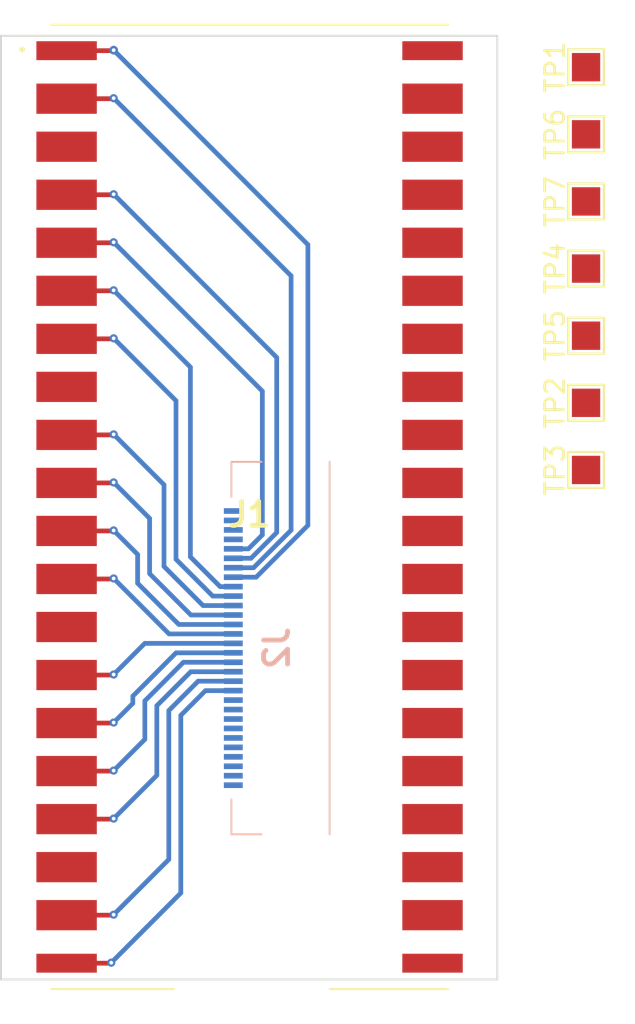
<source format=kicad_pcb>
(kicad_pcb (version 20211014) (generator pcbnew)
  (layers (0 "F.Cu" signal) (1 "In1.Cu" signal) (2 "In2.Cu" signal) (3 "In3.Cu" signal) (4 "In4.Cu" signal) (5 "In5.Cu" signal) (6 "In6.Cu" signal) (31 "B.Cu" signal) (34 "B.Paste" user) (35 "F.Paste" user) (36 "B.SilkS" user "B.Silkscreen") (37 "F.SilkS" user "F.Silkscreen") (38 "B.Mask" user) (39 "F.Mask" user) (44 "Edge.Cuts" user))
  (net 0 "")
  (net 1 "Net-(J1-Pad1)")
  (net 2 "Net-(J1-Pad2)")
  (net 3 "GND")
  (net 4 "Net-(J1-Pad4)")
  (net 5 "Net-(J1-Pad5)")
  (net 6 "Net-(J1-Pad6)")
  (net 7 "Net-(J1-Pad7)")
  (net 8 "Net-(J1-Pad9)")
  (net 9 "Net-(J1-Pad10)")
  (net 10 "Net-(J1-Pad11)")
  (net 11 "Net-(J1-Pad12)")
  (net 12 "Net-(J1-Pad14)")
  (net 13 "Net-(J1-Pad15)")
  (net 14 "Net-(J1-Pad16)")
  (net 15 "Net-(J1-Pad17)")
  (net 16 "Net-(J1-Pad19)")
  (net 17 "Net-(J1-Pad20)")
  (net 18 "Net-(J1-Pad21)")
  (net 19 "Net-(J1-Pad22)")
  (net 20 "Net-(J1-Pad24)")
  (net 21 "Net-(J1-Pad25)")
  (net 22 "Net-(J1-Pad26)")
  (net 23 "Net-(J1-Pad27)")
  (net 24 "Net-(J1-Pad29)")
  (net 26 "Net-(J1-Pad31)")
  (net 27 "Net-(J1-Pad32)")
  (net 28 "Net-(J1-Pad34)")
  (net 29 "Net-(J1-Pad35)")
  (net 30 "Net-(J1-Pad36)")
  (net 31 "Net-(J1-Pad37)")
  (net 32 "Net-(J1-Pad39)")
  (net 33 "Net-(J1-Pad40)")
  (footprint "TestPoint:TestPoint_Pad_1.5x1.5mm" (layer "F.Cu") (at 133.096 76.194 90)
    (fp_text reference "TP4" (at 0 -1.648 90) (layer "F.SilkS"))
    (fp_text value "TestPoint")
    (fp_line (start 0.95 -0.95) (end 0.95 0.95) (layer "F.SilkS") (width 0.12))
    (fp_line (start -0.95 0.95) (end -0.95 -0.95) (layer "F.SilkS") (width 0.12))
    (fp_line (start 0.95 0.95) (end -0.95 0.95) (layer "F.SilkS") (width 0.12))
    (fp_line (start -0.95 -0.95) (end 0.95 -0.95) (layer "F.SilkS") (width 0.12))
    (pad "1" smd rect (at 0 0 90) (size 1.5 1.5) (layers "F.Cu" "F.Mask") (net 30 "Net-(J1-Pad36)"))
  )
  (footprint "TestPoint:TestPoint_Pad_1.5x1.5mm" (layer "F.Cu") (at 133.096 69.094 90)
    (fp_text reference "TP6" (at 0 -1.648 90) (layer "F.SilkS"))
    (fp_text value "TestPoint")
    (fp_line (start -0.95 -0.95) (end 0.95 -0.95) (layer "F.SilkS") (width 0.12))
    (fp_line (start -0.95 0.95) (end -0.95 -0.95) (layer "F.SilkS") (width 0.12))
    (fp_line (start 0.95 0.95) (end -0.95 0.95) (layer "F.SilkS") (width 0.12))
    (fp_line (start 0.95 -0.95) (end 0.95 0.95) (layer "F.SilkS") (width 0.12))
    (pad "1" smd rect (at 0 0 90) (size 1.5 1.5) (layers "F.Cu" "F.Mask") (net 28 "Net-(J1-Pad34)"))
  )
  (footprint "TestPoint:TestPoint_Pad_1.5x1.5mm" (layer "F.Cu") (at 133.096 72.644 90)
    (fp_text reference "TP7" (at 0 -1.648 90) (layer "F.SilkS"))
    (fp_text value "TestPoint")
    (fp_line (start 0.95 -0.95) (end 0.95 0.95) (layer "F.SilkS") (width 0.12))
    (fp_line (start -0.95 0.95) (end -0.95 -0.95) (layer "F.SilkS") (width 0.12))
    (fp_line (start -0.95 -0.95) (end 0.95 -0.95) (layer "F.SilkS") (width 0.12))
    (fp_line (start 0.95 0.95) (end -0.95 0.95) (layer "F.SilkS") (width 0.12))
    (pad "1" smd rect (at 0 0 90) (size 1.5 1.5) (layers "F.Cu" "F.Mask") (net 3 "GND"))
  )
  (footprint "samactech:PICO" (layer "F.Cu") (at 104.775 114.3)
    (fp_text reference "J1" (at 10.5 -25.1) (layer "F.SilkS") (effects (font (size 1.27 1.27) (thickness 0.254))))
    (fp_text value "PICO" hide)
    (fp_line (start 0 0) (end 6.5 0) (layer "F.SilkS") (width 0.1))
    (fp_line (start 21 -51) (end 0 -51) (layer "F.SilkS") (width 0.1))
    (fp_line (start 6.5 0) (end 0 0) (layer "F.SilkS") (width 0.1))
    (fp_line (start -1.6 -49.7) (end -1.6 -49.7) (layer "F.SilkS") (width 0.2))
    (fp_line (start 0 -51) (end 21 -51) (layer "F.SilkS") (width 0.1))
    (fp_line (start 21 -51) (end 21 -51) (layer "F.SilkS") (width 0.1))
    (fp_line (start 0 -51) (end 0 -51) (layer "F.SilkS") (width 0.1))
    (fp_line (start 14.75 0) (end 14.75 0) (layer "F.SilkS") (width 0.1))
    (fp_line (start 21 0) (end 21 0) (layer "F.SilkS") (width 0.1))
    (fp_line (start 21 0) (end 14.75 0) (layer "F.SilkS") (width 0.1))
    (fp_line (start 0 0) (end 0 0) (layer "F.SilkS") (width 0.1))
    (fp_line (start 6.5 0) (end 6.5 0) (layer "F.SilkS") (width 0.1))
    (fp_line (start -1.6 -49.7) (end -1.6 -49.7) (layer "F.SilkS") (width 0.2))
    (fp_line (start 14.75 0) (end 21 0) (layer "F.SilkS") (width 0.1))
    (fp_line (start -1.5 -49.7) (end -1.5 -49.7) (layer "F.SilkS") (width 0.2))
    (fp_arc (start -1.6 -49.7) (mid -1.55 -49.75) (end -1.5 -49.7) (layer "F.SilkS") (width 0.2))
    (fp_arc (start -1.5 -49.7) (mid -1.55 -49.65) (end -1.6 -49.7) (layer "F.SilkS") (width 0.2))
    (fp_arc (start -1.5 -49.7) (mid -1.55 -49.65) (end -1.6 -49.7) (layer "F.SilkS") (width 0.2))
    (pad "1" smd rect (at 0.81 -49.63 90) (size 1 3.2) (layers "F.Cu" "F.Paste" "F.Mask") (net 1 "Net-(J1-Pad1)"))
    (pad "2" smd rect (at 0.81 -47.09 90) (size 1.6 3.2) (layers "F.Cu" "F.Paste" "F.Mask") (net 2 "Net-(J1-Pad2)"))
    (pad "3" smd rect (at 0.81 -44.55 90) (size 1.6 3.2) (layers "F.Cu" "F.Paste" "F.Mask") (net 3 "GND"))
    (pad "4" smd rect (at 0.81 -42.01 90) (size 1.6 3.2) (layers "F.Cu" "F.Paste" "F.Mask") (net 4 "Net-(J1-Pad4)"))
    (pad "5" smd rect (at 0.81 -39.47 90) (size 1.6 3.2) (layers "F.Cu" "F.Paste" "F.Mask") (net 5 "Net-(J1-Pad5)"))
    (pad "6" smd rect (at 0.81 -36.93 90) (size 1.6 3.2) (layers "F.Cu" "F.Paste" "F.Mask") (net 6 "Net-(J1-Pad6)"))
    (pad "7" smd rect (at 0.81 -34.39 90) (size 1.6 3.2) (layers "F.Cu" "F.Paste" "F.Mask") (net 7 "Net-(J1-Pad7)"))
    (pad "8" smd rect (at 0.81 -31.85 90) (size 1.6 3.2) (layers "F.Cu" "F.Paste" "F.Mask") (net 3 "GND"))
    (pad "9" smd rect (at 0.81 -29.31 90) (size 1.6 3.2) (layers "F.Cu" "F.Paste" "F.Mask") (net 8 "Net-(J1-Pad9)"))
    (pad "10" smd rect (at 0.81 -26.77 90) (size 1.6 3.2) (layers "F.Cu" "F.Paste" "F.Mask") (net 9 "Net-(J1-Pad10)"))
    (pad "11" smd rect (at 0.81 -24.23 90) (size 1.6 3.2) (layers "F.Cu" "F.Paste" "F.Mask") (net 10 "Net-(J1-Pad11)"))
    (pad "12" smd rect (at 0.81 -21.69 90) (size 1.6 3.2) (layers "F.Cu" "F.Paste" "F.Mask") (net 11 "Net-(J1-Pad12)"))
    (pad "13" smd rect (at 0.81 -19.15 90) (size 1.6 3.2) (layers "F.Cu" "F.Paste" "F.Mask") (net 3 "GND"))
    (pad "14" smd rect (at 0.81 -16.61 90) (size 1.6 3.2) (layers "F.Cu" "F.Paste" "F.Mask") (net 12 "Net-(J1-Pad14)"))
    (pad "15" smd rect (at 0.81 -14.07 90) (size 1.6 3.2) (layers "F.Cu" "F.Paste" "F.Mask") (net 13 "Net-(J1-Pad15)"))
    (pad "16" smd rect (at 0.81 -11.53 90) (size 1.6 3.2) (layers "F.Cu" "F.Paste" "F.Mask") (net 14 "Net-(J1-Pad16)"))
    (pad "17" smd rect (at 0.81 -8.99 90) (size 1.6 3.2) (layers "F.Cu" "F.Paste" "F.Mask") (net 15 "Net-(J1-Pad17)"))
    (pad "18" smd rect (at 0.81 -6.45 90) (size 1.6 3.2) (layers "F.Cu" "F.Paste" "F.Mask") (net 3 "GND"))
    (pad "19" smd rect (at 0.81 -3.91 90) (size 1.6 3.2) (layers "F.Cu" "F.Paste" "F.Mask") (net 16 "Net-(J1-Pad19)"))
    (pad "20" smd rect (at 0.81 -1.37 90) (size 1 3.2) (layers "F.Cu" "F.Paste" "F.Mask") (net 17 "Net-(J1-Pad20)"))
    (pad "21" smd rect (at 20.19 -1.37 90) (size 1 3.2) (layers "F.Cu" "F.Paste" "F.Mask") (net 18 "Net-(J1-Pad21)"))
    (pad "22" smd rect (at 20.19 -3.91 90) (size 1.6 3.2) (layers "F.Cu" "F.Paste" "F.Mask") (net 19 "Net-(J1-Pad22)"))
    (pad "23" smd rect (at 20.19 -6.45 90) (size 1.6 3.2) (layers "F.Cu" "F.Paste" "F.Mask") (net 3 "GND"))
    (pad "24" smd rect (at 20.19 -8.99 90) (size 1.6 3.2) (layers "F.Cu" "F.Paste" "F.Mask") (net 20 "Net-(J1-Pad24)"))
    (pad "25" smd rect (at 20.19 -11.53 90) (size 1.6 3.2) (layers "F.Cu" "F.Paste" "F.Mask") (net 21 "Net-(J1-Pad25)"))
    (pad "26" smd rect (at 20.19 -14.07 90) (size 1.6 3.2) (layers "F.Cu" "F.Paste" "F.Mask") (net 22 "Net-(J1-Pad26)"))
    (pad "27" smd rect (at 20.19 -16.61 90) (size 1.6 3.2) (layers "F.Cu" "F.Paste" "F.Mask") (net 23 "Net-(J1-Pad27)"))
    (pad "28" smd rect (at 20.19 -19.15 90) (size 1.6 3.2) (layers "F.Cu" "F.Paste" "F.Mask") (net 3 "GND"))
    (pad "29" smd rect (at 20.19 -21.69 90) (size 1.6 3.2) (layers "F.Cu" "F.Paste" "F.Mask") (net 24 "Net-(J1-Pad29)"))
    (pad "30" smd rect (at 20.19 -24.23 90) (size 1.6 3.2) (layers "F.Cu" "F.Paste" "F.Mask"))
    (pad "31" smd rect (at 20.19 -26.77 90) (size 1.6 3.2) (layers "F.Cu" "F.Paste" "F.Mask") (net 26 "Net-(J1-Pad31)"))
    (pad "32" smd rect (at 20.19 -29.31 90) (size 1.6 3.2) (layers "F.Cu" "F.Paste" "F.Mask") (net 27 "Net-(J1-Pad32)"))
    (pad "33" smd rect (at 20.19 -31.85 90) (size 1.6 3.2) (layers "F.Cu" "F.Paste" "F.Mask") (net 3 "GND"))
    (pad "34" smd rect (at 20.19 -34.39 90) (size 1.6 3.2) (layers "F.Cu" "F.Paste" "F.Mask") (net 28 "Net-(J1-Pad34)"))
    (pad "35" smd rect (at 20.19 -36.93 90) (size 1.6 3.2) (layers "F.Cu" "F.Paste" "F.Mask") (net 29 "Net-(J1-Pad35)"))
    (pad "36" smd rect (at 20.19 -39.47 90) (size 1.6 3.2) (layers "F.Cu" "F.Paste" "F.Mask") (net 30 "Net-(J1-Pad36)"))
    (pad "37" smd rect (at 20.19 -42.01 90) (size 1.6 3.2) (layers "F.Cu" "F.Paste" "F.Mask") (net 31 "Net-(J1-Pad37)"))
    (pad "38" smd rect (at 20.19 -44.55 90) (size 1.6 3.2) (layers "F.Cu" "F.Paste" "F.Mask") (net 3 "GND"))
    (pad "39" smd rect (at 20.19 -47.09 90) (size 1.6 3.2) (layers "F.Cu" "F.Paste" "F.Mask") (net 32 "Net-(J1-Pad39)"))
    (pad "40" smd rect (at 20.19 -49.63 90) (size 1 3.2) (layers "F.Cu" "F.Paste" "F.Mask") (net 33 "Net-(J1-Pad40)"))
  )
  (footprint "TestPoint:TestPoint_Pad_1.5x1.5mm" (layer "F.Cu") (at 133.096 65.544 90)
    (fp_text reference "TP1" (at 0 -1.648 90) (layer "F.SilkS"))
    (fp_text value "TestPoint")
    (fp_line (start -0.95 -0.95) (end 0.95 -0.95) (layer "F.SilkS") (width 0.12))
    (fp_line (start -0.95 0.95) (end -0.95 -0.95) (layer "F.SilkS") (width 0.12))
    (fp_line (start 0.95 0.95) (end -0.95 0.95) (layer "F.SilkS") (width 0.12))
    (fp_line (start 0.95 -0.95) (end 0.95 0.95) (layer "F.SilkS") (width 0.12))
    (pad "1" smd rect (at 0 0 90) (size 1.5 1.5) (layers "F.Cu" "F.Mask") (net 33 "Net-(J1-Pad40)"))
  )
  (footprint "TestPoint:TestPoint_Pad_1.5x1.5mm" (layer "F.Cu") (at 133.096 86.844 90)
    (fp_text reference "TP3" (at 0 -1.648 90) (layer "F.SilkS"))
    (fp_text value "TestPoint")
    (fp_line (start -0.95 -0.95) (end 0.95 -0.95) (layer "F.SilkS") (width 0.12))
    (fp_line (start -0.95 0.95) (end -0.95 -0.95) (layer "F.SilkS") (width 0.12))
    (fp_line (start 0.95 0.95) (end -0.95 0.95) (layer "F.SilkS") (width 0.12))
    (fp_line (start 0.95 -0.95) (end 0.95 0.95) (layer "F.SilkS") (width 0.12))
    (pad "1" smd rect (at 0 0 90) (size 1.5 1.5) (layers "F.Cu" "F.Mask") (net 31 "Net-(J1-Pad37)"))
  )
  (footprint "TestPoint:TestPoint_Pad_1.5x1.5mm" (layer "F.Cu") (at 133.096 83.294 90)
    (fp_text reference "TP2" (at 0 -1.648 90) (layer "F.SilkS"))
    (fp_text value "TestPoint")
    (fp_line (start -0.95 0.95) (end -0.95 -0.95) (layer "F.SilkS") (width 0.12))
    (fp_line (start 0.95 -0.95) (end 0.95 0.95) (layer "F.SilkS") (width 0.12))
    (fp_line (start 0.95 0.95) (end -0.95 0.95) (layer "F.SilkS") (width 0.12))
    (fp_line (start -0.95 -0.95) (end 0.95 -0.95) (layer "F.SilkS") (width 0.12))
    (pad "1" smd rect (at 0 0 90) (size 1.5 1.5) (layers "F.Cu" "F.Mask") (net 32 "Net-(J1-Pad39)"))
  )
  (footprint "TestPoint:TestPoint_Pad_1.5x1.5mm" (layer "F.Cu") (at 133.096 79.744 90)
    (fp_text reference "TP5" (at 0 -1.648 90) (layer "F.SilkS"))
    (fp_text value "TestPoint")
    (fp_line (start 0.95 0.95) (end -0.95 0.95) (layer "F.SilkS") (width 0.12))
    (fp_line (start -0.95 -0.95) (end 0.95 -0.95) (layer "F.SilkS") (width 0.12))
    (fp_line (start -0.95 0.95) (end -0.95 -0.95) (layer "F.SilkS") (width 0.12))
    (fp_line (start 0.95 -0.95) (end 0.95 0.95) (layer "F.SilkS") (width 0.12))
    (pad "1" smd rect (at 0 0 90) (size 1.5 1.5) (layers "F.Cu" "F.Mask") (net 29 "Net-(J1-Pad35)"))
  )
  (footprint "samactech:FPC30_p0.5" (layer "B.Cu") (at 116.913 96.266 -90)
    (fp_text reference "J2" (at 0 0.2 90) (layer "B.SilkS") (effects (font (size 1.27 1.27) (thickness 0.254)) (justify mirror)))
    (fp_text value "502790-3091" hide)
    (fp_line (start 8 2.6) (end 9.85 2.6) (layer "B.SilkS") (width 0.1))
    (fp_line (start 9.85 2.6) (end 9.85 1) (layer "B.SilkS") (width 0.1))
    (fp_line (start -9.85 -2.6) (end 9.85 -2.6) (layer "B.SilkS") (width 0.1))
    (fp_line (start -8 2.6) (end -9.85 2.6) (layer "B.SilkS") (width 0.1))
    (fp_line (start -9.85 2.6) (end -9.85 1) (layer "B.SilkS") (width 0.1))
    (pad "1" smd rect (at -7.25 2.5 270) (size 0.3 1) (layers "B.Cu" "B.Paste" "B.Mask"))
    (pad "2" smd rect (at -6.75 2.5 270) (size 0.3 1) (layers "B.Cu" "B.Paste" "B.Mask"))
    (pad "3" smd rect (at -6.25 2.5 270) (size 0.3 1) (layers "B.Cu" "B.Paste" "B.Mask"))
    (pad "4" smd rect (at -5.75 2.5 270) (size 0.3 1) (layers "B.Cu" "B.Paste" "B.Mask"))
    (pad "5" smd rect (at -5.25 2.5 270) (size 0.3 1) (layers "B.Cu" "B.Paste" "B.Mask") (net 5 "Net-(J1-Pad5)"))
    (pad "6" smd rect (at -4.75 2.5 270) (size 0.3 1) (layers "B.Cu" "B.Paste" "B.Mask") (net 4 "Net-(J1-Pad4)"))
    (pad "7" smd rect (at -4.25 2.5 270) (size 0.3 1) (layers "B.Cu" "B.Paste" "B.Mask") (net 2 "Net-(J1-Pad2)"))
    (pad "8" smd rect (at -3.75 2.5 270) (size 0.3 1) (layers "B.Cu" "B.Paste" "B.Mask") (net 1 "Net-(J1-Pad1)"))
    (pad "9" smd rect (at -3.25 2.5 270) (size 0.3 1) (layers "B.Cu" "B.Paste" "B.Mask") (net 6 "Net-(J1-Pad6)"))
    (pad "10" smd rect (at -2.75 2.5 270) (size 0.3 1) (layers "B.Cu" "B.Paste" "B.Mask") (net 7 "Net-(J1-Pad7)"))
    (pad "11" smd rect (at -2.25 2.5 270) (size 0.3 1) (layers "B.Cu" "B.Paste" "B.Mask") (net 8 "Net-(J1-Pad9)"))
    (pad "12" smd rect (at -1.75 2.5 270) (size 0.3 1) (layers "B.Cu" "B.Paste" "B.Mask") (net 9 "Net-(J1-Pad10)"))
    (pad "13" smd rect (at -1.25 2.5 270) (size 0.3 1) (layers "B.Cu" "B.Paste" "B.Mask") (net 10 "Net-(J1-Pad11)"))
    (pad "14" smd rect (at -0.75 2.5 270) (size 0.3 1) (layers "B.Cu" "B.Paste" "B.Mask") (net 11 "Net-(J1-Pad12)"))
    (pad "15" smd rect (at -0.25 2.5 270) (size 0.3 1) (layers "B.Cu" "B.Paste" "B.Mask") (net 12 "Net-(J1-Pad14)"))
    (pad "16" smd rect (at 0.25 2.5 270) (size 0.3 1) (layers "B.Cu" "B.Paste" "B.Mask") (net 13 "Net-(J1-Pad15)"))
    (pad "17" smd rect (at 0.75 2.5 270) (size 0.3 1) (layers "B.Cu" "B.Paste" "B.Mask") (net 14 "Net-(J1-Pad16)"))
    (pad "18" smd rect (at 1.25 2.5 270) (size 0.3 1) (layers "B.Cu" "B.Paste" "B.Mask") (net 15 "Net-(J1-Pad17)"))
    (pad "19" smd rect (at 1.75 2.5 270) (size 0.3 1) (layers "B.Cu" "B.Paste" "B.Mask") (net 16 "Net-(J1-Pad19)"))
    (pad "20" smd rect (at 2.25 2.5 270) (size 0.3 1) (layers "B.Cu" "B.Paste" "B.Mask") (net 17 "Net-(J1-Pad20)"))
    (pad "21" smd rect (at 2.75 2.5 270) (size 0.3 1) (layers "B.Cu" "B.Paste" "B.Mask") (net 27 "Net-(J1-Pad32)"))
    (pad "22" smd rect (at 3.25 2.5 270) (size 0.3 1) (layers "B.Cu" "B.Paste" "B.Mask") (net 26 "Net-(J1-Pad31)"))
    (pad "23" smd rect (at 3.75 2.5 270) (size 0.3 1) (layers "B.Cu" "B.Paste" "B.Mask") (net 24 "Net-(J1-Pad29)"))
    (pad "24" smd rect (at 4.25 2.5 270) (size 0.3 1) (layers "B.Cu" "B.Paste" "B.Mask") (net 23 "Net-(J1-Pad27)"))
    (pad "25" smd rect (at 4.75 2.5 270) (size 0.3 1) (layers "B.Cu" "B.Paste" "B.Mask") (net 22 "Net-(J1-Pad26)"))
    (pad "26" smd rect (at 5.25 2.5 270) (size 0.3 1) (layers "B.Cu" "B.Paste" "B.Mask") (net 21 "Net-(J1-Pad25)"))
    (pad "27" smd rect (at 5.75 2.5 270) (size 0.3 1) (layers "B.Cu" "B.Paste" "B.Mask") (net 20 "Net-(J1-Pad24)"))
    (pad "28" smd rect (at 6.25 2.5 270) (size 0.3 1) (layers "B.Cu" "B.Paste" "B.Mask") (net 19 "Net-(J1-Pad22)"))
    (pad "29" smd rect (at 6.75 2.5 270) (size 0.3 1) (layers "B.Cu" "B.Paste" "B.Mask") (net 18 "Net-(J1-Pad21)"))
    (pad "30" smd rect (at 7.25 2.5 270) (size 0.3 1) (layers "B.Cu" "B.Paste" "B.Mask"))
  )
  (gr_rect (start 102.108 63.881) (end 128.397 113.792) (layer "Edge.Cuts") (width 0.1) (fill none))
  (segment (start 108.05 64.67) (end 108.077 64.643) (width 0.25) (layer "F.Cu") (net 1))
  (segment (start 105.585 64.67) (end 108.05 64.67) (width 0.25) (layer "F.Cu") (net 1))
  (via (at 108.077 64.643) (size 0.46) (drill 0.2) (layers "F.Cu" "B.Cu") (net 1))
  (segment (start 118.364 89.774188) (end 115.622188 92.516) (width 0.25) (layer "B.Cu") (net 1))
  (segment (start 118.364 74.93) (end 118.364 89.774188) (width 0.25) (layer "B.Cu") (net 1))
  (segment (start 108.077 64.643) (end 118.364 74.93) (width 0.25) (layer "B.Cu") (net 1))
  (segment (start 115.622188 92.516) (end 114.413 92.516) (width 0.25) (layer "B.Cu") (net 1))
  (segment (start 105.585 67.21) (end 108.05 67.21) (width 0.25) (layer "F.Cu") (net 2))
  (segment (start 108.05 67.21) (end 108.077 67.183) (width 0.25) (layer "F.Cu") (net 2))
  (via (at 108.077 67.183) (size 0.43) (drill 0.2) (layers "F.Cu" "B.Cu") (net 2))
  (segment (start 117.475 90.026792) (end 115.485792 92.016) (width 0.25) (layer "B.Cu") (net 2))
  (segment (start 108.077 67.183) (end 117.475 76.581) (width 0.25) (layer "B.Cu") (net 2))
  (segment (start 115.485792 92.016) (end 114.413 92.016) (width 0.25) (layer "B.Cu") (net 2))
  (segment (start 117.475 76.581) (end 117.475 90.026792) (width 0.25) (layer "B.Cu") (net 2))
  (segment (start 108.05 72.29) (end 108.077 72.263) (width 0.25) (layer "F.Cu") (net 4))
  (segment (start 105.585 72.29) (end 108.05 72.29) (width 0.25) (layer "F.Cu") (net 4))
  (via (at 108.077 72.263) (size 0.43) (drill 0.2) (layers "F.Cu" "B.Cu") (net 4))
  (segment (start 108.077 72.263) (end 116.713 80.899) (width 0.25) (layer "B.Cu") (net 4))
  (segment (start 116.713 80.899) (end 116.713 90.152396) (width 0.25) (layer "B.Cu") (net 4))
  (segment (start 115.349396 91.516) (end 114.413 91.516) (width 0.25) (layer "B.Cu") (net 4))
  (segment (start 116.713 90.152396) (end 115.349396 91.516) (width 0.25) (layer "B.Cu") (net 4))
  (segment (start 105.585 74.83) (end 108.05 74.83) (width 0.25) (layer "F.Cu") (net 5))
  (segment (start 108.05 74.83) (end 108.077 74.803) (width 0.25) (layer "F.Cu") (net 5))
  (via (at 108.077 74.803) (size 0.43) (drill 0.2) (layers "F.Cu" "B.Cu") (net 5))
  (segment (start 108.077 74.803) (end 115.951 82.677) (width 0.25) (layer "B.Cu") (net 5))
  (segment (start 115.951 82.677) (end 115.951 90.278) (width 0.25) (layer "B.Cu") (net 5))
  (segment (start 115.951 90.278) (end 115.213 91.016) (width 0.25) (layer "B.Cu") (net 5))
  (segment (start 115.213 91.016) (end 114.413 91.016) (width 0.25) (layer "B.Cu") (net 5))
  (segment (start 105.585 77.37) (end 108.05 77.37) (width 0.25) (layer "F.Cu") (net 6))
  (segment (start 108.05 77.37) (end 108.077 77.343) (width 0.25) (layer "F.Cu") (net 6))
  (via (at 108.077 77.343) (size 0.43) (drill 0.2) (layers "F.Cu" "B.Cu") (net 6))
  (segment (start 112.141 91.44) (end 113.717 93.016) (width 0.25) (layer "B.Cu") (net 6))
  (segment (start 108.077 77.343) (end 112.141 81.407) (width 0.25) (layer "B.Cu") (net 6))
  (segment (start 112.141 81.407) (end 112.141 91.44) (width 0.25) (layer "B.Cu") (net 6))
  (segment (start 113.717 93.016) (end 114.413 93.016) (width 0.25) (layer "B.Cu") (net 6))
  (segment (start 108.05 79.91) (end 108.077 79.883) (width 0.25) (layer "F.Cu") (net 7))
  (segment (start 105.585 79.91) (end 108.05 79.91) (width 0.25) (layer "F.Cu") (net 7))
  (via (at 108.077 79.883) (size 0.43) (drill 0.2) (layers "F.Cu" "B.Cu") (net 7))
  (segment (start 111.379 91.567) (end 113.328 93.516) (width 0.25) (layer "B.Cu") (net 7))
  (segment (start 111.379 83.185) (end 111.379 91.567) (width 0.25) (layer "B.Cu") (net 7))
  (segment (start 108.077 79.883) (end 111.379 83.185) (width 0.25) (layer "B.Cu") (net 7))
  (segment (start 113.328 93.516) (end 114.413 93.516) (width 0.25) (layer "B.Cu") (net 7))
  (segment (start 105.585 84.99) (end 108.05 84.99) (width 0.25) (layer "F.Cu") (net 8))
  (segment (start 108.05 84.99) (end 108.077 84.963) (width 0.25) (layer "F.Cu") (net 8))
  (via (at 108.077 84.963) (size 0.43) (drill 0.2) (layers "F.Cu" "B.Cu") (net 8))
  (segment (start 110.744 91.948) (end 112.812 94.016) (width 0.25) (layer "B.Cu") (net 8))
  (segment (start 110.744 87.63) (end 110.744 91.948) (width 0.25) (layer "B.Cu") (net 8))
  (segment (start 112.812 94.016) (end 114.413 94.016) (width 0.25) (layer "B.Cu") (net 8))
  (segment (start 108.077 84.963) (end 110.744 87.63) (width 0.25) (layer "B.Cu") (net 8))
  (segment (start 108.05 87.53) (end 108.077 87.503) (width 0.25) (layer "F.Cu") (net 9))
  (segment (start 105.585 87.53) (end 108.05 87.53) (width 0.25) (layer "F.Cu") (net 9))
  (via (at 108.077 87.503) (size 0.43) (drill 0.2) (layers "F.Cu" "B.Cu") (net 9))
  (segment (start 109.982 92.329) (end 112.169 94.516) (width 0.25) (layer "B.Cu") (net 9))
  (segment (start 108.077 87.503) (end 109.982 89.408) (width 0.25) (layer "B.Cu") (net 9))
  (segment (start 109.982 89.408) (end 109.982 92.329) (width 0.25) (layer "B.Cu") (net 9))
  (segment (start 112.169 94.516) (end 114.413 94.516) (width 0.25) (layer "B.Cu") (net 9))
  (segment (start 108.077 90.043) (end 108.05 90.07) (width 0.25) (layer "F.Cu") (net 10))
  (segment (start 108.05 90.07) (end 105.585 90.07) (width 0.25) (layer "F.Cu") (net 10))
  (via (at 108.077 90.043) (size 0.43) (drill 0.2) (layers "F.Cu" "B.Cu") (net 10))
  (segment (start 109.347 91.313) (end 109.347 92.837) (width 0.25) (layer "B.Cu") (net 10))
  (segment (start 109.347 92.837) (end 111.526 95.016) (width 0.25) (layer "B.Cu") (net 10))
  (segment (start 108.077 90.043) (end 109.347 91.313) (width 0.25) (layer "B.Cu") (net 10))
  (segment (start 111.526 95.016) (end 114.413 95.016) (width 0.25) (layer "B.Cu") (net 10))
  (segment (start 105.585 92.61) (end 108.05 92.61) (width 0.25) (layer "F.Cu") (net 11))
  (segment (start 108.05 92.61) (end 108.077 92.583) (width 0.25) (layer "F.Cu") (net 11))
  (via (at 108.077 92.583) (size 0.43) (drill 0.2) (layers "F.Cu" "B.Cu") (net 11))
  (segment (start 111.01 95.516) (end 114.413 95.516) (width 0.25) (layer "B.Cu") (net 11))
  (segment (start 108.077 92.583) (end 111.01 95.516) (width 0.25) (layer "B.Cu") (net 11))
  (segment (start 105.585 97.69) (end 108.05 97.69) (width 0.25) (layer "F.Cu") (net 12))
  (segment (start 108.05 97.69) (end 108.077 97.663) (width 0.25) (layer "F.Cu") (net 12))
  (via (at 108.077 97.663) (size 0.43) (drill 0.2) (layers "F.Cu" "B.Cu") (net 12))
  (segment (start 109.724 96.016) (end 114.413 96.016) (width 0.25) (layer "B.Cu") (net 12))
  (segment (start 108.077 97.663) (end 109.724 96.016) (width 0.25) (layer "B.Cu") (net 12))
  (segment (start 105.585 100.23) (end 108.05 100.23) (width 0.25) (layer "F.Cu") (net 13))
  (segment (start 108.05 100.23) (end 108.077 100.203) (width 0.25) (layer "F.Cu") (net 13))
  (via (at 108.077 100.203) (size 0.43) (drill 0.2) (layers "F.Cu" "B.Cu") (net 13))
  (segment (start 111.383 96.516) (end 114.413 96.516) (width 0.25) (layer "B.Cu") (net 13))
  (segment (start 109.093 99.187) (end 109.093 98.806) (width 0.25) (layer "B.Cu") (net 13))
  (segment (start 109.093 98.806) (end 111.383 96.516) (width 0.25) (layer "B.Cu") (net 13))
  (segment (start 108.077 100.203) (end 109.093 99.187) (width 0.25) (layer "B.Cu") (net 13))
  (segment (start 105.585 102.77) (end 108.05 102.77) (width 0.25) (layer "F.Cu") (net 14))
  (segment (start 108.05 102.77) (end 108.077 102.743) (width 0.25) (layer "F.Cu") (net 14))
  (via (at 108.077 102.743) (size 0.43) (drill 0.2) (layers "F.Cu" "B.Cu") (net 14))
  (segment (start 108.077 102.743) (end 109.728 101.092) (width 0.25) (layer "B.Cu") (net 14))
  (segment (start 109.728 99.06) (end 111.772 97.016) (width 0.25) (layer "B.Cu") (net 14))
  (segment (start 111.772 97.016) (end 114.413 97.016) (width 0.25) (layer "B.Cu") (net 14))
  (segment (start 109.728 101.092) (end 109.728 99.06) (width 0.25) (layer "B.Cu") (net 14))
  (segment (start 105.585 105.31) (end 108.05 105.31) (width 0.25) (layer "F.Cu") (net 15))
  (segment (start 108.05 105.31) (end 108.077 105.283) (width 0.25) (layer "F.Cu") (net 15))
  (via (at 108.077 105.283) (size 0.43) (drill 0.2) (layers "F.Cu" "B.Cu") (net 15))
  (segment (start 110.363 102.997) (end 110.363 99.314) (width 0.25) (layer "B.Cu") (net 15))
  (segment (start 112.161 97.516) (end 114.413 97.516) (width 0.25) (layer "B.Cu") (net 15))
  (segment (start 110.363 99.314) (end 112.161 97.516) (width 0.25) (layer "B.Cu") (net 15))
  (segment (start 108.077 105.283) (end 110.363 102.997) (width 0.25) (layer "B.Cu") (net 15))
  (segment (start 108.05 110.39) (end 108.077 110.363) (width 0.25) (layer "F.Cu") (net 16))
  (segment (start 105.585 110.39) (end 108.05 110.39) (width 0.25) (layer "F.Cu") (net 16))
  (via (at 108.077 110.363) (size 0.43) (drill 0.2) (layers "F.Cu" "B.Cu") (net 16))
  (segment (start 110.998 99.568) (end 112.55 98.016) (width 0.25) (layer "B.Cu") (net 16))
  (segment (start 108.077 110.363) (end 110.998 107.442) (width 0.25) (layer "B.Cu") (net 16))
  (segment (start 112.55 98.016) (end 114.413 98.016) (width 0.25) (layer "B.Cu") (net 16))
  (segment (start 110.998 107.442) (end 110.998 99.568) (width 0.25) (layer "B.Cu") (net 16))
  (segment (start 107.923 112.93) (end 107.95 112.903) (width 0.25) (layer "F.Cu") (net 17))
  (segment (start 105.585 112.93) (end 107.923 112.93) (width 0.25) (layer "F.Cu") (net 17))
  (via (at 107.95 112.903) (size 0.43) (drill 0.2) (layers "F.Cu" "B.Cu") (net 17))
  (segment (start 111.633 99.822) (end 112.939 98.516) (width 0.25) (layer "B.Cu") (net 17))
  (segment (start 112.939 98.516) (end 114.413 98.516) (width 0.25) (layer "B.Cu") (net 17))
  (segment (start 107.95 112.903) (end 111.633 109.22) (width 0.25) (layer "B.Cu") (net 17))
  (segment (start 111.633 109.22) (end 111.633 99.822) (width 0.25) (layer "B.Cu") (net 17))
)
</source>
